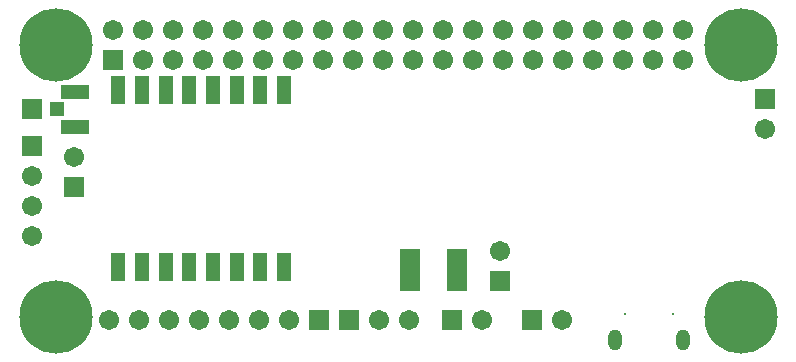
<source format=gbs>
G04 Layer_Color=16711935*
%FSAX25Y25*%
%MOIN*%
G70*
G01*
G75*
%ADD109R,0.04737X0.04737*%
%ADD110R,0.09461X0.04934*%
%ADD112O,0.04737X0.07099*%
%ADD113C,0.06706*%
%ADD114R,0.06706X0.06706*%
%ADD115R,0.06706X0.06706*%
%ADD116R,0.00800X0.00800*%
%ADD117C,0.24422*%
%ADD118R,0.04737X0.09461*%
%ADD119R,0.06902X0.14383*%
D109*
X0285870Y0360874D02*
D03*
D110*
X0291776Y0355067D02*
D03*
Y0366681D02*
D03*
D112*
X0471681Y0284179D02*
D03*
X0494319D02*
D03*
D113*
X0277406Y0318787D02*
D03*
Y0328787D02*
D03*
Y0338787D02*
D03*
X0494500Y0387500D02*
D03*
Y0377500D02*
D03*
X0484500Y0387500D02*
D03*
Y0377500D02*
D03*
X0474500Y0387500D02*
D03*
Y0377500D02*
D03*
X0464500Y0387500D02*
D03*
Y0377500D02*
D03*
X0454500Y0387500D02*
D03*
Y0377500D02*
D03*
X0444500Y0387500D02*
D03*
Y0377500D02*
D03*
X0434500Y0387500D02*
D03*
Y0377500D02*
D03*
X0424500Y0387500D02*
D03*
Y0377500D02*
D03*
X0414500Y0387500D02*
D03*
Y0377500D02*
D03*
X0404500Y0387500D02*
D03*
Y0377500D02*
D03*
X0394500Y0387500D02*
D03*
Y0377500D02*
D03*
X0384500Y0387500D02*
D03*
Y0377500D02*
D03*
X0374500Y0387500D02*
D03*
Y0377500D02*
D03*
X0364500Y0387500D02*
D03*
Y0377500D02*
D03*
X0354500Y0387500D02*
D03*
Y0377500D02*
D03*
X0344500Y0387500D02*
D03*
Y0377500D02*
D03*
X0334500Y0387500D02*
D03*
Y0377500D02*
D03*
X0324500Y0387500D02*
D03*
Y0377500D02*
D03*
X0314500Y0387500D02*
D03*
Y0377500D02*
D03*
X0304500Y0387500D02*
D03*
X0521894Y0354221D02*
D03*
X0454177Y0290598D02*
D03*
X0433410Y0313728D02*
D03*
X0303075Y0290598D02*
D03*
X0313075D02*
D03*
X0323075D02*
D03*
X0333075D02*
D03*
X0343075D02*
D03*
X0353075D02*
D03*
X0363075D02*
D03*
X0403154D02*
D03*
X0393154D02*
D03*
X0427563D02*
D03*
X0291283Y0345126D02*
D03*
D114*
X0277406Y0348787D02*
D03*
X0521894Y0364220D02*
D03*
X0433410Y0303728D02*
D03*
X0277406Y0361071D02*
D03*
X0291283Y0335126D02*
D03*
D115*
X0304500Y0377500D02*
D03*
X0444177Y0290598D02*
D03*
X0373075D02*
D03*
X0383154D02*
D03*
X0417563D02*
D03*
D116*
X0490961Y0292644D02*
D03*
X0475016D02*
D03*
D117*
X0513626Y0291779D02*
D03*
Y0382331D02*
D03*
X0285279D02*
D03*
Y0291779D02*
D03*
D118*
X0306244Y0308413D02*
D03*
X0361362D02*
D03*
X0353488D02*
D03*
X0345614D02*
D03*
X0337740D02*
D03*
X0329866D02*
D03*
X0321992D02*
D03*
X0314118D02*
D03*
X0353488Y0367469D02*
D03*
X0345614D02*
D03*
X0337740D02*
D03*
X0329866D02*
D03*
X0321992D02*
D03*
X0314118D02*
D03*
X0306244D02*
D03*
X0361362D02*
D03*
D119*
X0403291Y0307331D02*
D03*
X0419039D02*
D03*
M02*

</source>
